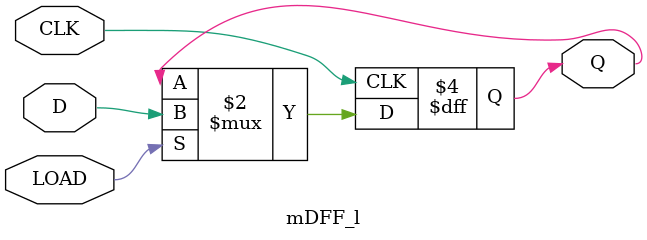
<source format=v>
/*
Copyright 2021 GaoZiBo <diyer175@hotmail.com>
Powered by YSYX https://oscpu.github.io/ysyx

Licensed under The MIT License (MIT).
-------------------------------------
Permission is hereby granted, free of charge, to any person obtaining a copy of
this software and associated documentation files (the "Software"), to deal in
the Software without restriction, including without limitation the rights to
use, copy, modify, merge, publish, distribute, sublicense, and/or sell copies of
the Software, and to permit persons to whom the Software is furnished to do so,
subject to the following conditions:

The above copyright notice and this permission notice shall be included in all
copies or substantial portions of the Software.

THE SOFTWARE IS PROVIDED "AS IS", WITHOUT WARRANTY OF ANY KIND, EXPRESS OR
IMPLIED,INCLUDING BUT NOT LIMITED TO THE WARRANTIES OF MERCHANTABILITY, FITNESS
FOR A PARTICULAR PURPOSE AND NONINFRINGEMENT. IN NO EVENT SHALL THE AUTHORS OR
COPYRIGHT HOLDERS BE LIABLE FOR ANY CLAIM, DAMAGES OR OTHER LIABILITY, WHETHER
IN AN ACTION OF CONTRACT, TORT OR OTHERWISE, ARISING FROM, OUT OF OR IN
CONNECTION WITH THE SOFTWARE OR THE USE OR OTHER DEALINGS IN THE SOFTWARE.
 */

`include "ncpu64k_config.vh"

module mDFF_l # (
   parameter DW = 1 // Data Width in bits
)
(
   input CLK,
   input LOAD,
   input [DW-1:0] D, // Data input
   output reg [DW-1:0] Q // Data output
);
   always @(posedge CLK)
      if (LOAD)
         Q <= D;

   // synthesis translate_off
`ifndef SYNTHESIS

   integer i;
   initial
      for(i=0;i<DW;i=i+1)
         Q[i] = {$random}[0]; // random value since there is no reset port

   // Assertions
`ifdef NCPU_ENABLE_ASSERT
`ifdef NCPU_CHECK_X
   always @(posedge CLK) begin
      if((^D) === 1'bx)
         $fatal ("\n DFF: uncertain state! \n");
   end
`endif
`endif

`endif
   // synthesis translate_on

endmodule

</source>
